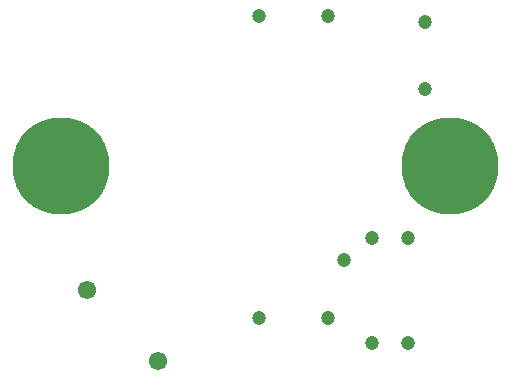
<source format=gts>
G04*
G04 #@! TF.GenerationSoftware,Altium Limited,Altium Designer,20.1.8 (145)*
G04*
G04 Layer_Color=8388736*
%FSTAX43Y43*%
%MOMM*%
G71*
G04*
G04 #@! TF.SameCoordinates,6ED4BD64-6867-458A-972A-B64AF4BAC6AD*
G04*
G04*
G04 #@! TF.FilePolarity,Negative*
G04*
G01*
G75*
%ADD13C,1.203*%
%ADD14C,1.553*%
%ADD15C,8.203*%
D13*
X0107475Y0067025D02*
D03*
X0106175Y0062164D02*
D03*
X0100325D02*
D03*
X0114375Y0081525D02*
D03*
Y0087175D02*
D03*
X0100325Y0087675D02*
D03*
X0112875Y0068888D02*
D03*
X0109825D02*
D03*
X0112875Y0060012D02*
D03*
X0109825D02*
D03*
X0106175Y0087675D02*
D03*
D14*
X0091743Y0058504D02*
D03*
X0085755Y0064484D02*
D03*
D15*
X00835Y0075D02*
D03*
X01165D02*
D03*
M02*

</source>
